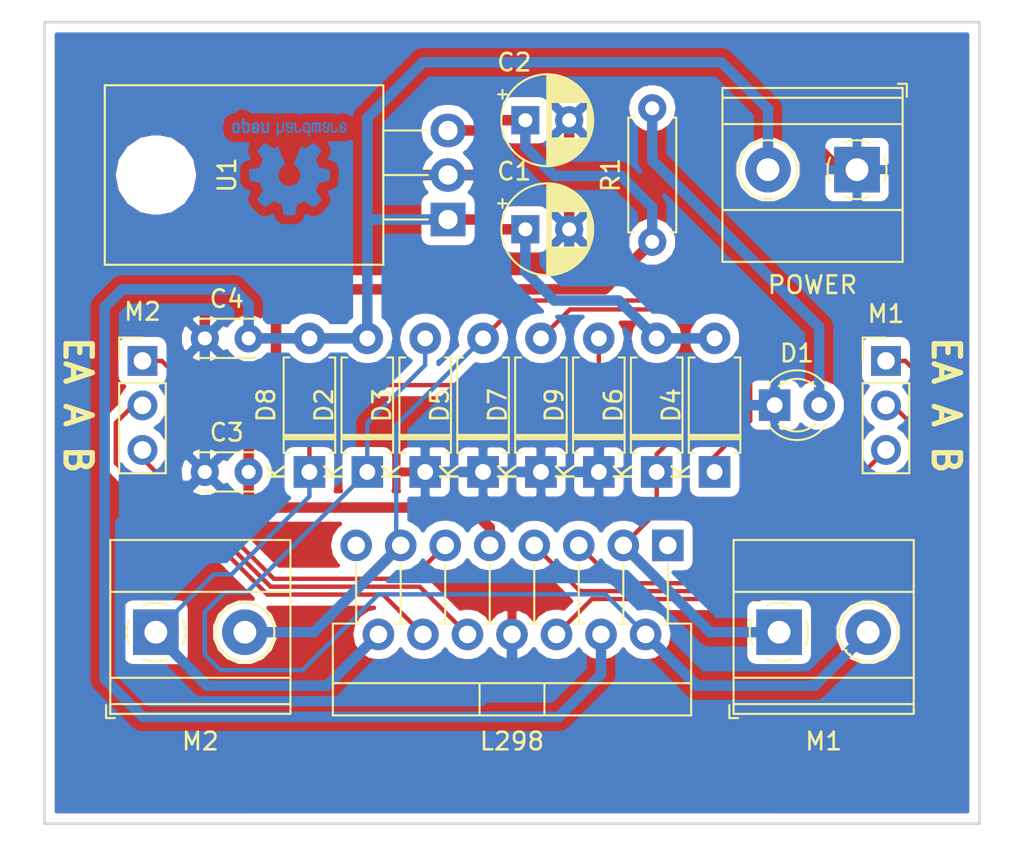
<source format=kicad_pcb>
(kicad_pcb (version 20171130) (host pcbnew "(5.0.2)-1")
  (title_block (title "L298 Motor Driver Module") (date 2020-05-10) (rev V1.0) (company www.ArnabKumarDas.com) (comment 1 "Open Source Hardware"))
  (layers (0 F.Cu signal) (31 B.Cu signal) (34 B.Paste user) (35 F.Paste user) (36 B.SilkS user) (37 F.SilkS user) (38 B.Mask user) (39 F.Mask user) (44 Edge.Cuts user))
  (net 0 "")
  (net 1 +BATT)
  (net 2 GND)
  (net 3 +5V)
  (net 4 "Net-(D1-Pad2)")
  (net 5 "Net-(D2-Pad1)")
  (net 6 "Net-(D4-Pad1)")
  (net 7 "Net-(D6-Pad1)")
  (net 8 "Net-(D8-Pad1)")
  (net 9 "Net-(J2-Pad1)")
  (net 10 "Net-(J2-Pad2)")
  (net 11 "Net-(J2-Pad3)")
  (net 12 "Net-(J3-Pad3)")
  (net 13 "Net-(J3-Pad2)")
  (net 14 "Net-(J3-Pad1)")
  (net 15 "Net-(J6-Pad2)")
  (net 16 "Net-(J6-Pad1)")
  (module Package_TO_SOT_THT:TO-220-3_Horizontal_TabDown (layer F.Cu) (at 142.4 86.184 90)
    (fp_text reference U1 (at 2.54 -12.606 90) (layer F.SilkS))
    (fp_text value L7805)
    (pad 3 thru_hole oval (at 5.08 0 90) (size 1.905 2) (drill 1.1) (layers *.Cu *.Mask) (net 3 +5V))
    (pad 2 thru_hole oval (at 2.54 0 90) (size 1.905 2) (drill 1.1) (layers *.Cu *.Mask) (net 2 GND))
    (pad 1 thru_hole rect (at 0 0 90) (size 1.905 2) (drill 1.1) (layers *.Cu *.Mask) (net 1 +BATT))
    (pad "" np_thru_hole oval (at 2.54 -16.66 90) (size 3.5 3.5) (drill 3.5) (layers *.Cu *.Mask))
  )
  (module Capacitor_THT:CP_Radial_D5.0mm_P2.50mm (layer F.Cu) (at 146.812 86.741)
    (fp_text reference C1 (at -0.635 -3.302) (layer F.SilkS))
    (fp_text value 47u)
    (pad 1 thru_hole rect (at 0 0) (size 1.6 1.6) (drill 0.8) (layers *.Cu *.Mask) (net 1 +BATT))
    (pad 2 thru_hole circle (at 2.5 0) (size 1.6 1.6) (drill 0.8) (layers *.Cu *.Mask) (net 2 GND))
  )
  (module Capacitor_THT:CP_Radial_D5.0mm_P2.50mm (layer F.Cu) (at 146.812 80.518)
    (fp_text reference C2 (at -0.635 -3.302) (layer F.SilkS))
    (fp_text value 47u)
    (pad 2 thru_hole circle (at 2.5 0) (size 1.6 1.6) (drill 0.8) (layers *.Cu *.Mask) (net 2 GND))
    (pad 1 thru_hole rect (at 0 0) (size 1.6 1.6) (drill 0.8) (layers *.Cu *.Mask) (net 3 +5V))
  )
  (module Capacitor_THT:C_Disc_D3.0mm_W2.0mm_P2.50mm (layer F.Cu) (at 128.524 100.584)
    (fp_text reference C3 (at 1.25 -2.25) (layer F.SilkS))
    (fp_text value 100n)
    (pad 2 thru_hole circle (at 2.5 0) (size 1.6 1.6) (drill 0.8) (layers *.Cu *.Mask) (net 3 +5V))
    (pad 1 thru_hole circle (at 0 0) (size 1.6 1.6) (drill 0.8) (layers *.Cu *.Mask) (net 2 GND))
  )
  (module Capacitor_THT:C_Disc_D3.0mm_W2.0mm_P2.50mm (layer F.Cu) (at 128.524 92.964)
    (fp_text reference C4 (at 1.25 -2.25) (layer F.SilkS))
    (fp_text value 100n)
    (pad 1 thru_hole circle (at 0 0) (size 1.6 1.6) (drill 0.8) (layers *.Cu *.Mask) (net 2 GND))
    (pad 2 thru_hole circle (at 2.5 0) (size 1.6 1.6) (drill 0.8) (layers *.Cu *.Mask) (net 1 +BATT))
  )
  (module LED_THT:LED_D3.0mm (layer F.Cu) (at 161.036 96.774)
    (fp_text reference D1 (at 1.27 -2.96) (layer F.SilkS))
    (fp_text value LED)
    (pad 1 thru_hole rect (at 0 0) (size 1.8 1.8) (drill 0.9) (layers *.Cu *.Mask) (net 2 GND))
    (pad 2 thru_hole circle (at 2.54 0) (size 1.8 1.8) (drill 0.9) (layers *.Cu *.Mask) (net 4 "Net-(D1-Pad2)"))
  )
  (module Diode_THT:D_A-405_P7.62mm_Horizontal (layer F.Cu) (at 137.795 100.584 90)
    (fp_text reference D2 (at 3.81 -2.47 90) (layer F.SilkS))
    (fp_text value 1N4007)
    (fp_text user K (at 0 -1.9 90) (layer F.SilkS))
    (pad 1 thru_hole rect (at 0 0 90) (size 1.8 1.8) (drill 0.9) (layers *.Cu *.Mask) (net 5 "Net-(D2-Pad1)"))
    (pad 2 thru_hole oval (at 7.62 0 90) (size 1.8 1.8) (drill 0.9) (layers *.Cu *.Mask) (net 1 +BATT))
  )
  (module Diode_THT:D_A-405_P7.62mm_Horizontal (layer F.Cu) (at 141.097 100.584 90)
    (fp_text reference D3 (at 3.81 -2.47 90) (layer F.SilkS))
    (fp_text value 1N4007)
    (fp_text user K (at 0 -1.9 90) (layer F.SilkS))
    (pad 2 thru_hole oval (at 7.62 0 90) (size 1.8 1.8) (drill 0.9) (layers *.Cu *.Mask) (net 5 "Net-(D2-Pad1)"))
    (pad 1 thru_hole rect (at 0 0 90) (size 1.8 1.8) (drill 0.9) (layers *.Cu *.Mask) (net 2 GND))
  )
  (module Diode_THT:D_A-405_P7.62mm_Horizontal (layer F.Cu) (at 157.607 100.584 90)
    (fp_text reference D4 (at 3.81 -2.47 90) (layer F.SilkS))
    (fp_text value 1N4007)
    (fp_text user K (at 0 -1.9 90) (layer F.SilkS))
    (pad 2 thru_hole oval (at 7.62 0 90) (size 1.8 1.8) (drill 0.9) (layers *.Cu *.Mask) (net 1 +BATT))
    (pad 1 thru_hole rect (at 0 0 90) (size 1.8 1.8) (drill 0.9) (layers *.Cu *.Mask) (net 6 "Net-(D4-Pad1)"))
  )
  (module Diode_THT:D_A-405_P7.62mm_Horizontal (layer F.Cu) (at 144.399 100.584 90)
    (fp_text reference D5 (at 3.81 -2.47 90) (layer F.SilkS))
    (fp_text value 1N4007)
    (fp_text user K (at 0 -1.9 90) (layer F.SilkS))
    (pad 1 thru_hole rect (at 0 0 90) (size 1.8 1.8) (drill 0.9) (layers *.Cu *.Mask) (net 2 GND))
    (pad 2 thru_hole oval (at 7.62 0 90) (size 1.8 1.8) (drill 0.9) (layers *.Cu *.Mask) (net 6 "Net-(D4-Pad1)"))
  )
  (module Diode_THT:D_A-405_P7.62mm_Horizontal (layer F.Cu) (at 154.305 100.584 90)
    (fp_text reference D6 (at 3.81 -2.47 90) (layer F.SilkS))
    (fp_text value 1N4007)
    (fp_text user K (at 0 -1.9 90) (layer F.SilkS))
    (pad 1 thru_hole rect (at 0 0 90) (size 1.8 1.8) (drill 0.9) (layers *.Cu *.Mask) (net 7 "Net-(D6-Pad1)"))
    (pad 2 thru_hole oval (at 7.62 0 90) (size 1.8 1.8) (drill 0.9) (layers *.Cu *.Mask) (net 1 +BATT))
  )
  (module Diode_THT:D_A-405_P7.62mm_Horizontal (layer F.Cu) (at 147.701 100.584 90)
    (fp_text reference D7 (at 3.81 -2.47 90) (layer F.SilkS))
    (fp_text value 1N4007)
    (fp_text user K (at 0 -1.9 90) (layer F.SilkS))
    (pad 2 thru_hole oval (at 7.62 0 90) (size 1.8 1.8) (drill 0.9) (layers *.Cu *.Mask) (net 7 "Net-(D6-Pad1)"))
    (pad 1 thru_hole rect (at 0 0 90) (size 1.8 1.8) (drill 0.9) (layers *.Cu *.Mask) (net 2 GND))
  )
  (module Diode_THT:D_A-405_P7.62mm_Horizontal (layer F.Cu) (at 134.493 100.584 90)
    (fp_text reference D8 (at 3.81 -2.47 90) (layer F.SilkS))
    (fp_text value 1N4007)
    (fp_text user K (at 0 -1.9 90) (layer F.SilkS))
    (pad 2 thru_hole oval (at 7.62 0 90) (size 1.8 1.8) (drill 0.9) (layers *.Cu *.Mask) (net 1 +BATT))
    (pad 1 thru_hole rect (at 0 0 90) (size 1.8 1.8) (drill 0.9) (layers *.Cu *.Mask) (net 8 "Net-(D8-Pad1)"))
  )
  (module Diode_THT:D_A-405_P7.62mm_Horizontal (layer F.Cu) (at 151.003 100.584 90)
    (fp_text reference D9 (at 3.81 -2.54 90) (layer F.SilkS))
    (fp_text value 1N4007)
    (fp_text user K (at 0 -1.9 90) (layer F.SilkS))
    (pad 1 thru_hole rect (at 0 0 90) (size 1.8 1.8) (drill 0.9) (layers *.Cu *.Mask) (net 2 GND))
    (pad 2 thru_hole oval (at 7.62 0 90) (size 1.8 1.8) (drill 0.9) (layers *.Cu *.Mask) (net 8 "Net-(D8-Pad1)"))
  )
  (module TerminalBlock_Phoenix:TerminalBlock_Phoenix_MKDS-1,5-2-5.08_1x02_P5.08mm_Horizontal (layer F.Cu) (at 165.735 83.339 180)
    (fp_text reference POWER (at 2.54 -6.577 180) (layer F.SilkS))
    (fp_text value POWER)
    (pad 1 thru_hole rect (at 0 0 180) (size 2.6 2.6) (drill 1.3) (layers *.Cu *.Mask) (net 2 GND))
    (pad 2 thru_hole circle (at 5.08 0 180) (size 2.6 2.6) (drill 1.3) (layers *.Cu *.Mask) (net 1 +BATT))
  )
  (module Connector_PinHeader_2.54mm:PinHeader_1x03_P2.54mm_Vertical (layer F.Cu) (at 167.386 94.249)
    (fp_text reference M1 (at 0 -2.682) (layer F.SilkS))
    (fp_text value "MOTOR1 IN")
    (pad 1 thru_hole rect (at 0 0) (size 1.7 1.7) (drill 1) (layers *.Cu *.Mask) (net 9 "Net-(J2-Pad1)"))
    (pad 2 thru_hole oval (at 0 2.54) (size 1.7 1.7) (drill 1) (layers *.Cu *.Mask) (net 10 "Net-(J2-Pad2)"))
    (pad 3 thru_hole oval (at 0 5.08) (size 1.7 1.7) (drill 1) (layers *.Cu *.Mask) (net 11 "Net-(J2-Pad3)"))
  )
  (module Connector_PinHeader_2.54mm:PinHeader_1x03_P2.54mm_Vertical (layer F.Cu) (at 124.968 94.249)
    (fp_text reference M2 (at 0 -2.809) (layer F.SilkS))
    (fp_text value "MOTOR2 IN")
    (pad 3 thru_hole oval (at 0 5.08) (size 1.7 1.7) (drill 1) (layers *.Cu *.Mask) (net 12 "Net-(J3-Pad3)"))
    (pad 2 thru_hole oval (at 0 2.54) (size 1.7 1.7) (drill 1) (layers *.Cu *.Mask) (net 13 "Net-(J3-Pad2)"))
    (pad 1 thru_hole rect (at 0 0) (size 1.7 1.7) (drill 1) (layers *.Cu *.Mask) (net 14 "Net-(J3-Pad1)"))
  )
  (module TerminalBlock_Phoenix:TerminalBlock_Phoenix_MKDS-1,5-2-5.08_1x02_P5.08mm_Horizontal (layer F.Cu) (at 161.29 109.728)
    (fp_text reference M1 (at 2.54 6.223) (layer F.SilkS))
    (fp_text value "MOTOR1 OUT")
    (pad 2 thru_hole circle (at 5.08 0) (size 2.6 2.6) (drill 1.3) (layers *.Cu *.Mask) (net 5 "Net-(D2-Pad1)"))
    (pad 1 thru_hole rect (at 0 0) (size 2.6 2.6) (drill 1.3) (layers *.Cu *.Mask) (net 7 "Net-(D6-Pad1)"))
  )
  (module TerminalBlock_Phoenix:TerminalBlock_Phoenix_MKDS-1,5-2-5.08_1x02_P5.08mm_Horizontal (layer F.Cu) (at 125.73 109.728)
    (fp_text reference M2 (at 2.54 6.223) (layer F.SilkS))
    (fp_text value "MOTOR2 OUT")
    (pad 1 thru_hole rect (at 0 0) (size 2.6 2.6) (drill 1.3) (layers *.Cu *.Mask) (net 8 "Net-(D8-Pad1)"))
    (pad 2 thru_hole circle (at 5.08 0) (size 2.6 2.6) (drill 1.3) (layers *.Cu *.Mask) (net 6 "Net-(D4-Pad1)"))
  )
  (module Resistor_THT:R_Axial_DIN0207_L6.3mm_D2.5mm_P7.62mm_Horizontal (layer F.Cu) (at 154.051 87.454 90)
    (fp_text reference R1 (at 3.81 -2.37 90) (layer F.SilkS))
    (fp_text value R)
    (pad 1 thru_hole circle (at 0 0 90) (size 1.6 1.6) (drill 0.8) (layers *.Cu *.Mask) (net 3 +5V))
    (pad 2 thru_hole oval (at 7.62 0 90) (size 1.6 1.6) (drill 0.8) (layers *.Cu *.Mask) (net 4 "Net-(D1-Pad2)"))
  )
  (module Package_TO_SOT_THT:TO-220-15_P2.54x2.54mm_StaggerOdd_Lead4.58mm_Vertical (layer F.Cu) (at 154.94 104.775 180)
    (fp_text reference L298 (at 8.890001 -11.176 180) (layer F.SilkS))
    (fp_text value L298HN)
    (pad 1 thru_hole rect (at 0 0 180) (size 1.8 1.8) (drill 1) (layers *.Cu *.Mask) (net 15 "Net-(J6-Pad2)"))
    (pad 2 thru_hole oval (at 1.27 -5.08 180) (size 1.8 1.8) (drill 1) (layers *.Cu *.Mask) (net 5 "Net-(D2-Pad1)"))
    (pad 3 thru_hole oval (at 2.54 0 180) (size 1.8 1.8) (drill 1) (layers *.Cu *.Mask) (net 7 "Net-(D6-Pad1)"))
    (pad 4 thru_hole oval (at 3.81 -5.08 180) (size 1.8 1.8) (drill 1) (layers *.Cu *.Mask) (net 1 +BATT))
    (pad 5 thru_hole oval (at 5.08 0 180) (size 1.8 1.8) (drill 1) (layers *.Cu *.Mask) (net 11 "Net-(J2-Pad3)"))
    (pad 6 thru_hole oval (at 6.35 -5.08 180) (size 1.8 1.8) (drill 1) (layers *.Cu *.Mask) (net 9 "Net-(J2-Pad1)"))
    (pad 7 thru_hole oval (at 7.62 0 180) (size 1.8 1.8) (drill 1) (layers *.Cu *.Mask) (net 10 "Net-(J2-Pad2)"))
    (pad 8 thru_hole oval (at 8.89 -5.08 180) (size 1.8 1.8) (drill 1) (layers *.Cu *.Mask) (net 2 GND))
    (pad 9 thru_hole oval (at 10.16 0 180) (size 1.8 1.8) (drill 1) (layers *.Cu *.Mask) (net 3 +5V))
    (pad 10 thru_hole oval (at 11.43 -5.08 180) (size 1.8 1.8) (drill 1) (layers *.Cu *.Mask) (net 12 "Net-(J3-Pad3)"))
    (pad 11 thru_hole oval (at 12.7 0 180) (size 1.8 1.8) (drill 1) (layers *.Cu *.Mask) (net 14 "Net-(J3-Pad1)"))
    (pad 12 thru_hole oval (at 13.97 -5.08 180) (size 1.8 1.8) (drill 1) (layers *.Cu *.Mask) (net 13 "Net-(J3-Pad2)"))
    (pad 13 thru_hole oval (at 15.24 0 180) (size 1.8 1.8) (drill 1) (layers *.Cu *.Mask) (net 6 "Net-(D4-Pad1)"))
    (pad 14 thru_hole oval (at 16.51 -5.08 180) (size 1.8 1.8) (drill 1) (layers *.Cu *.Mask) (net 8 "Net-(D8-Pad1)"))
    (pad 15 thru_hole oval (at 17.78 0 180) (size 1.8 1.8) (drill 1) (layers *.Cu *.Mask) (net 16 "Net-(J6-Pad1)"))
  )
  (module Symbol:OSHW-Logo2_7.3x6mm_Copper (layer B.Cu) (at 133.35 83.185)
    (fp_text reference "" hide)
    (fp_text value "" hide)
    (fp_poly (pts (xy 0.10391 2.757652) (xy 0.182454 2.757222) (xy 0.239298 2.756058) (xy 0.278105 2.753793) (xy 0.302538 2.75006) (xy 0.316262 2.744494) (xy 0.32294 2.736727) (xy 0.326236 2.726395) (xy 0.326556 2.725057) (xy 0.331562 2.700921) (xy 0.340829 2.653299) (xy 0.353392 2.587259) (xy 0.368287 2.507872) (xy 0.384551 2.420204) (xy 0.385119 2.417125) (xy 0.40141 2.331211) (xy 0.416652 2.255304) (xy 0.429861 2.193955) (xy 0.440054 2.151718) (xy 0.446248 2.133145) (xy 0.446543 2.132816) (xy 0.464788 2.123747) (xy 0.502405 2.108633) (xy 0.551271 2.090738) (xy 0.551543 2.090642) (xy 0.613093 2.067507) (xy 0.685657 2.038035) (xy 0.754057 2.008403) (xy 0.757294 2.006938) (xy 0.868702 1.956374) (xy 1.115399 2.12484) (xy 1.191077 2.176197) (xy 1.259631 2.222111) (xy 1.317088 2.25997) (xy 1.359476 2.287163) (xy 1.382825 2.301079) (xy 1.385042 2.302111) (xy 1.40201 2.297516) (xy 1.433701 2.275345) (xy 1.481352 2.234553) (xy 1.546198 2.174095) (xy 1.612397 2.109773) (xy 1.676214 2.046388) (xy 1.733329 1.988549) (xy 1.780305 1.939825) (xy 1.813703 1.90379) (xy 1.830085 1.884016) (xy 1.830694 1.882998) (xy 1.832505 1.869428) (xy 1.825683 1.847267) (xy 1.80854 1.813522) (xy 1.779393 1.7652) (xy 1.736555 1.699308) (xy 1.679448 1.614483) (xy 1.628766 1.539823) (xy 1.583461 1.47286) (xy 1.54615 1.417484) (xy 1.519452 1.37758) (xy 1.505985 1.357038) (xy 1.505137 1.355644) (xy 1.506781 1.335962) (xy 1.519245 1.297707) (xy 1.540048 1.248111) (xy 1.547462 1.232272) (xy 1.579814 1.16171) (xy 1.614328 1.081647) (xy 1.642365 1.012371) (xy 1.662568 0.960955) (xy 1.678615 0.921881) (xy 1.687888 0.901459) (xy 1.689041 0.899886) (xy 1.706096 0.897279) (xy 1.746298 0.890137) (xy 1.804302 0.879477) (xy 1.874763 0.866315) (xy 1.952335 0.851667) (xy 2.031672 0.836551) (xy 2.107431 0.821982) (xy 2.174264 0.808978) (xy 2.226828 0.798555) (xy 2.259776 0.79173) (xy 2.267857 0.789801) (xy 2.276205 0.785038) (xy 2.282506 0.774282) (xy 2.287045 0.753902) (xy 2.290104 0.720266) (xy 2.291967 0.669745) (xy 2.292918 0.598708) (xy 2.29324 0.503524) (xy 2.293257 0.464508) (xy 2.293257 0.147201) (xy 2.217057 0.132161) (xy 2.174663 0.124005) (xy 2.1114 0.112101) (xy 2.034962 0.097884) (xy 1.953043 0.08279) (xy 1.9304 0.078645) (xy 1.854806 0.063947) (xy 1.788953 0.049495) (xy 1.738366 0.036625) (xy 1.708574 0.026678) (xy 1.703612 0.023713) (xy 1.691426 0.002717) (xy 1.673953 -0.037967) (xy 1.654577 -0.090322) (xy 1.650734 -0.1016) (xy 1.625339 -0.171523) (xy 1.593817 -0.250418) (xy 1.562969 -0.321266) (xy 1.562817 -0.321595) (xy 1.511447 -0.432733) (xy 1.680399 -0.681253) (xy 1.849352 -0.929772) (xy 1.632429 -1.147058) (xy 1.566819 -1.211726) (xy 1.506979 -1.268733) (xy 1.456267 -1.315033) (xy 1.418046 -1.347584) (xy 1.395675 -1.363343) (xy 1.392466 -1.364343) (xy 1.373626 -1.356469) (xy 1.33518 -1.334578) (xy 1.28133 -1.301267) (xy 1.216276 -1.259131) (xy 1.14594 -1.211943) (xy 1.074555 -1.16381) (xy 1.010908 -1.121928) (xy 0.959041 -1.088871) (xy 0.922995 -1.067218) (xy 0.906867 -1.059543) (xy 0.887189 -1.066037) (xy 0.849875 -1.08315) (xy 0.802621 -1.107326) (xy 0.797612 -1.110013) (xy 0.733977 -1.141927) (xy 0.690341 -1.157579) (xy 0.663202 -1.157745) (xy 0.649057 -1.143204) (xy 0.648975 -1.143) (xy 0.641905 -1.125779) (xy 0.625042 -1.084899) (xy 0.599695 -1.023525) (xy 0.567171 -0.944819) (xy 0.528778 -0.851947) (xy 0.485822 -0.748072) (xy 0.444222 -0.647502) (xy 0.398504 -0.536516) (xy 0.356526 -0.433703) (xy 0.319548 -0.342215) (xy 0.288827 -0.265201) (xy 0.265622 -0.205815) (xy 0.25119 -0.167209) (xy 0.246743 -0.1528) (xy 0.257896 -0.136272) (xy 0.287069 -0.10993) (xy 0.325971 -0.080887) (xy 0.436757 0.010961) (xy 0.523351 0.116241) (xy 0.584716 0.232734) (xy 0.619815 0.358224) (xy 0.627608 0.490493) (xy 0.621943 0.551543) (xy 0.591078 0.678205) (xy 0.53792 0.790059) (xy 0.465767 0.885999) (xy 0.377917 0.964924) (xy 0.277665 1.02573) (xy 0.16831 1.067313) (xy 0.053147 1.088572) (xy -0.064525 1.088401) (xy -0.18141 1.065699) (xy -0.294211 1.019362) (xy -0.399631 0.948287) (xy -0.443632 0.908089) (xy -0.528021 0.804871) (xy -0.586778 0.692075) (xy -0.620296 0.57299) (xy -0.628965 0.450905) (xy -0.613177 0.329107) (xy -0.573322 0.210884) (xy -0.509793 0.099525) (xy -0.422979 -0.001684) (xy -0.325971 -0.080887) (xy -0.285563 -0.111162) (xy -0.257018 -0.137219) (xy -0.246743 -0.152825) (xy -0.252123 -0.169843) (xy -0.267425 -0.2105) (xy -0.291388 -0.271642) (xy -0.322756 -0.350119) (xy -0.360268 -0.44278) (xy -0.402667 -0.546472) (xy -0.444337 -0.647526) (xy -0.49031 -0.758607) (xy -0.532893 -0.861541) (xy -0.570779 -0.953165) (xy -0.60266 -1.030316) (xy -0.627229 -1.089831) (xy -0.64318 -1.128544) (xy -0.64909 -1.143) (xy -0.663052 -1.157685) (xy -0.69006 -1.157642) (xy -0.733587 -1.142099) (xy -0.79711 -1.110284) (xy -0.797612 -1.110013) (xy -0.84544 -1.085323) (xy -0.884103 -1.067338) (xy -0.905905 -1.059614) (xy -0.906867 -1.059543) (xy -0.923279 -1.067378) (xy -0.959513 -1.089165) (xy -1.011526 -1.122328) (xy -1.075275 -1.164291) (xy -1.14594 -1.211943) (xy -1.217884 -1.260191) (xy -1.282726 -1.302151) (xy -1.336265 -1.335227) (xy -1.374303 -1.356821) (xy -1.392467 -1.364343) (xy -1.409192 -1.354457) (xy -1.44282 -1.326826) (xy -1.48999 -1.284495) (xy -1.547342 -1.230505) (xy -1.611516 -1.167899) (xy -1.632503 -1.146983) (xy -1.849501 -0.929623) (xy -1.684332 -0.68722) (xy -1.634136 -0.612781) (xy -1.590081 -0.545972) (xy -1.554638 -0.490665) (xy -1.530281 -0.450729) (xy -1.519478 -0.430036) (xy -1.519162 -0.428563) (xy -1.524857 -0.409058) (xy -1.540174 -0.369822) (xy -1.562463 -0.31743) (xy -1.578107 -0.282355) (xy -1.607359 -0.215201) (xy -1.634906 -0.147358) (xy -1.656263 -0.090034) (xy -1.662065 -0.072572) (xy -1.678548 -0.025938) (xy -1.69466 0.010095) (xy -1.70351 0.023713) (xy -1.72304 0.032048) (xy -1.765666 0.043863) (xy -1.825855 0.057819) (xy -1.898078 0.072578) (xy -1.9304 0.078645) (xy -2.012478 0.093727) (xy -2.091205 0.108331) (xy -2.158891 0.12102) (xy -2.20784 0.130358) (xy -2.217057 0.132161) (xy -2.293257 0.147201) (xy -2.293257 0.464508) (xy -2.293086 0.568846) (xy -2.292384 0.647787) (xy -2.290866 0.704962) (xy -2.288251 0.744001) (xy -2.284254 0.768535) (xy -2.278591 0.782195) (xy -2.27098 0.788611) (xy -2.267857 0.789801) (xy -2.249022 0.79402) (xy -2.207412 0.802438) (xy -2.14837 0.814039) (xy -2.077243 0.827805) (xy -1.999375 0.84272) (xy -1.920113 0.857768) (xy -1.844802 0.871931) (xy -1.778787 0.884194) (xy -1.727413 0.893539) (xy -1.696025 0.89895) (xy -1.689041 0.899886) (xy -1.682715 0.912404) (xy -1.66871 0.945754) (xy -1.649645 0.993623) (xy -1.642366 1.012371) (xy -1.613004 1.084805) (xy -1.578429 1.16483) (xy -1.547463 1.232272) (xy -1.524677 1.283841) (xy -1.509518 1.326215) (xy -1.504458 1.352166) (xy -1.505264 1.355644) (xy -1.515959 1.372064) (xy -1.54038 1.408583) (xy -1.575905 1.461313) (xy -1.619913 1.526365) (xy -1.669783 1.599849) (xy -1.679644 1.614355) (xy -1.737508 1.700296) (xy -1.780044 1.765739) (xy -1.808946 1.813696) (xy -1.82591 1.84718) (xy -1.832633 1.869205) (xy -1.83081 1.882783) (xy -1.830764 1.882869) (xy -1.816414 1.900703) (xy -1.784677 1.935183) (xy -1.73899 1.982732) (xy -1.682796 2.039778) (xy -1.619532 2.102745) (xy -1.612398 2.109773) (xy -1.53267 2.18698) (xy -1.471143 2.24367) (xy -1.426579 2.28089) (xy -1.397743 2.299685) (xy -1.385042 2.302111) (xy -1.366506 2.291529) (xy -1.328039 2.267084) (xy -1.273614 2.231388) (xy -1.207202 2.187053) (xy -1.132775 2.136689) (xy -1.115399 2.12484) (xy -0.868703 1.956374) (xy -0.757294 2.006938) (xy -0.689543 2.036405) (xy -0.616817 2.066041) (xy -0.554297 2.08967) (xy -0.551543 2.090642) (xy -0.50264 2.108543) (xy -0.464943 2.12368) (xy -0.446575 2.13279) (xy -0.446544 2.132816) (xy -0.440715 2.149283) (xy -0.430808 2.189781) (xy -0.417805 2.249758) (xy -0.402691 2.32466) (xy -0.386448 2.409936) (xy -0.385119 2.417125) (xy -0.368825 2.504986) (xy -0.353867 2.58474) (xy -0.341209 2.651319) (xy -0.331814 2.699653) (xy -0.326646 2.724675) (xy -0.326556 2.725057) (xy -0.323411 2.735701) (xy -0.317296 2.743738) (xy -0.304547 2.749533) (xy -0.2815 2.753453) (xy -0.244491 2.755865) (xy -0.189856 2.757135) (xy -0.113933 2.757629) (xy -0.013056 2.757714) (xy 0 2.757714) (xy 0.10391 2.757652)) (layer B.Cu) (width 0.01))
    (fp_poly (pts (xy 3.153595 -1.966966) (xy 3.211021 -2.004497) (xy 3.238719 -2.038096) (xy 3.260662 -2.099064) (xy 3.262405 -2.147308) (xy 3.258457 -2.211816) (xy 3.109686 -2.276934) (xy 3.037349 -2.310202) (xy 2.990084 -2.336964) (xy 2.965507 -2.360144) (xy 2.961237 -2.382667) (xy 2.974889 -2.407455) (xy 2.989943 -2.423886) (xy 3.033746 -2.450235) (xy 3.081389 -2.452081) (xy 3.125145 -2.431546) (xy 3.157289 -2.390752) (xy 3.163038 -2.376347) (xy 3.190576 -2.331356) (xy 3.222258 -2.312182) (xy 3.265714 -2.295779) (xy 3.265714 -2.357966) (xy 3.261872 -2.400283) (xy 3.246823 -2.435969) (xy 3.21528 -2.476943) (xy 3.210592 -2.482267) (xy 3.175506 -2.51872) (xy 3.145347 -2.538283) (xy 3.107615 -2.547283) (xy 3.076335 -2.55023) (xy 3.020385 -2.550965) (xy 2.980555 -2.54166) (xy 2.955708 -2.527846) (xy 2.916656 -2.497467) (xy 2.889625 -2.464613) (xy 2.872517 -2.423294) (xy 2.863238 -2.367521) (xy 2.859693 -2.291305) (xy 2.85941 -2.252622) (xy 2.860372 -2.206247) (xy 2.948007 -2.206247) (xy 2.949023 -2.231126) (xy 2.951556 -2.2352) (xy 2.968274 -2.229665) (xy 3.004249 -2.215017) (xy 3.052331 -2.19419) (xy 3.062386 -2.189714) (xy 3.123152 -2.158814) (xy 3.156632 -2.131657) (xy 3.16399 -2.10622) (xy 3.146391 -2.080481) (xy 3.131856 -2.069109) (xy 3.07941 -2.046364) (xy 3.030322 -2.050122) (xy 2.989227 -2.077884) (xy 2.960758 -2.127152) (xy 2.951631 -2.166257) (xy 2.948007 -2.206247) (xy 2.860372 -2.206247) (xy 2.861285 -2.162249) (xy 2.868196 -2.095384) (xy 2.881884 -2.046695) (xy 2.904096 -2.010849) (xy 2.936574 -1.982513) (xy 2.950733 -1.973355) (xy 3.015053 -1.949507) (xy 3.085473 -1.948006) (xy 3.153595 -1.966966)) (layer B.Cu) (width 0.01))
    (fp_poly (pts (xy 2.6526 -1.958752) (xy 2.669948 -1.966334) (xy 2.711356 -1.999128) (xy 2.746765 -2.046547) (xy 2.768664 -2.097151) (xy 2.772229 -2.122098) (xy 2.760279 -2.156927) (xy 2.734067 -2.175357) (xy 2.705964 -2.186516) (xy 2.693095 -2.188572) (xy 2.686829 -2.173649) (xy 2.674456 -2.141175) (xy 2.669028 -2.126502) (xy 2.63859 -2.075744) (xy 2.59452 -2.050427) (xy 2.53801 -2.051206) (xy 2.533825 -2.052203) (xy 2.503655 -2.066507) (xy 2.481476 -2.094393) (xy 2.466327 -2.139287) (xy 2.45725 -2.204615) (xy 2.453286 -2.293804) (xy 2.452914 -2.341261) (xy 2.45273 -2.416071) (xy 2.451522 -2.467069) (xy 2.448309 -2.499471) (xy 2.442109 -2.518495) (xy 2.43194 -2.529356) (xy 2.416819 -2.537272) (xy 2.415946 -2.53767) (xy 2.386828 -2.549981) (xy 2.372403 -2.554514) (xy 2.370186 -2.540809) (xy 2.368289 -2.502925) (xy 2.366847 -2.445715) (xy 2.365998 -2.374027) (xy 2.365829 -2.321565) (xy 2.366692 -2.220047) (xy 2.37007 -2.143032) (xy 2.377142 -2.086023) (xy 2.389088 -2.044526) (xy 2.40709 -2.014043) (xy 2.432327 -1.99008) (xy 2.457247 -1.973355) (xy 2.517171 -1.951097) (xy 2.586911 -1.946076) (xy 2.6526 -1.958752)) (layer B.Cu) (width 0.01))
    (fp_poly (pts (xy 2.144876 -1.956335) (xy 2.186667 -1.975344) (xy 2.219469 -1.998378) (xy 2.243503 -2.024133) (xy 2.260097 -2.057358) (xy 2.270577 -2.1028) (xy 2.276271 -2.165207) (xy 2.278507 -2.249327) (xy 2.278743 -2.304721) (xy 2.278743 -2.520826) (xy 2.241774 -2.53767) (xy 2.212656 -2.549981) (xy 2.198231 -2.554514) (xy 2.195472 -2.541025) (xy 2.193282 -2.504653) (xy 2.191942 -2.451542) (xy 2.191657 -2.409372) (xy 2.190434 -2.348447) (xy 2.187136 -2.300115) (xy 2.182321 -2.270518) (xy 2.178496 -2.264229) (xy 2.152783 -2.270652) (xy 2.112418 -2.287125) (xy 2.065679 -2.309458) (xy 2.020845 -2.333457) (xy 1.986193 -2.35493) (xy 1.970002 -2.369685) (xy 1.969938 -2.369845) (xy 1.97133 -2.397152) (xy 1.983818 -2.423219) (xy 2.005743 -2.444392) (xy 2.037743 -2.451474) (xy 2.065092 -2.450649) (xy 2.103826 -2.450042) (xy 2.124158 -2.459116) (xy 2.136369 -2.483092) (xy 2.137909 -2.487613) (xy 2.143203 -2.521806) (xy 2.129047 -2.542568) (xy 2.092148 -2.552462) (xy 2.052289 -2.554292) (xy 1.980562 -2.540727) (xy 1.943432 -2.521355) (xy 1.897576 -2.475845) (xy 1.873256 -2.419983) (xy 1.871073 -2.360957) (xy 1.891629 -2.305953) (xy 1.922549 -2.271486) (xy 1.95342 -2.252189) (xy 2.001942 -2.227759) (xy 2.058485 -2.202985) (xy 2.06791 -2.199199) (xy 2.130019 -2.171791) (xy 2.165822 -2.147634) (xy 2.177337 -2.123619) (xy 2.16658 -2.096635) (xy 2.148114 -2.075543) (xy 2.104469 -2.049572) (xy 2.056446 -2.047624) (xy 2.012406 -2.067637) (xy 1.980709 -2.107551) (xy 1.976549 -2.117848) (xy 1.952327 -2.155724) (xy 1.916965 -2.183842) (xy 1.872343 -2.206917) (xy 1.872343 -2.141485) (xy 1.874969 -2.101506) (xy 1.88623 -2.069997) (xy 1.911199 -2.036378) (xy 1.935169 -2.010484) (xy 1.972441 -1.973817) (xy 2.001401 -1.954121) (xy 2.032505 -1.94622) (xy 2.067713 -1.944914) (xy 2.144876 -1.956335)) (layer B.Cu) (width 0.01))
    (fp_poly (pts (xy 1.779833 -1.958663) (xy 1.782048 -1.99685) (xy 1.783784 -2.054886) (xy 1.784899 -2.12818) (xy 1.785257 -2.205055) (xy 1.785257 -2.465196) (xy 1.739326 -2.511127) (xy 1.707675 -2.539429) (xy 1.67989 -2.550893) (xy 1.641915 -2.550168) (xy 1.62684 -2.548321) (xy 1.579726 -2.542948) (xy 1.540756 -2.539869) (xy 1.531257 -2.539585) (xy 1.499233 -2.541445) (xy 1.453432 -2.546114) (xy 1.435674 -2.548321) (xy 1.392057 -2.551735) (xy 1.362745 -2.54432) (xy 1.33368 -2.521427) (xy 1.323188 -2.511127) (xy 1.277257 -2.465196) (xy 1.277257 -1.978602) (xy 1.314226 -1.961758) (xy 1.346059 -1.949282) (xy 1.364683 -1.944914) (xy 1.369458 -1.958718) (xy 1.373921 -1.997286) (xy 1.377775 -2.056356) (xy 1.380722 -2.131663) (xy 1.382143 -2.195286) (xy 1.386114 -2.445657) (xy 1.420759 -2.450556) (xy 1.452268 -2.447131) (xy 1.467708 -2.436041) (xy 1.472023 -2.415308) (xy 1.475708 -2.371145) (xy 1.478469 -2.309146) (xy 1.480012 -2.234909) (xy 1.480235 -2.196706) (xy 1.480457 -1.976783) (xy 1.526166 -1.960849) (xy 1.558518 -1.950015) (xy 1.576115 -1.944962) (xy 1.576623 -1.944914) (xy 1.578388 -1.958648) (xy 1.580329 -1.99673) (xy 1.582282 -2.054482) (xy 1.584084 -2.127227) (xy 1.585343 -2.195286) (xy 1.589314 -2.445657) (xy 1.6764 -2.445657) (xy 1.680396 -2.21724) (xy 1.684392 -1.988822) (xy 1.726847 -1.966868) (xy 1.758192 -1.951793) (xy 1.776744 -1.944951) (xy 1.777279 -1.944914) (xy 1.779833 -1.958663)) (layer B.Cu) (width 0.01))
    (fp_poly (pts (xy 1.190117 -2.065358) (xy 1.189933 -2.173837) (xy 1.189219 -2.257287) (xy 1.187675 -2.319704) (xy 1.185001 -2.365085) (xy 1.180894 -2.397429) (xy 1.175055 -2.420733) (xy 1.167182 -2.438995) (xy 1.161221 -2.449418) (xy 1.111855 -2.505945) (xy 1.049264 -2.541377) (xy 0.980013 -2.55409) (xy 0.910668 -2.542463) (xy 0.869375 -2.521568) (xy 0.826025 -2.485422) (xy 0.796481 -2.441276) (xy 0.778655 -2.383462) (xy 0.770463 -2.306313) (xy 0.769302 -2.249714) (xy 0.769458 -2.245647) (xy 0.870857 -2.245647) (xy 0.871476 -2.31055) (xy 0.874314 -2.353514) (xy 0.88084 -2.381622) (xy 0.892523 -2.401953) (xy 0.906483 -2.417288) (xy 0.953365 -2.44689) (xy 1.003701 -2.449419) (xy 1.051276 -2.424705) (xy 1.054979 -2.421356) (xy 1.070783 -2.403935) (xy 1.080693 -2.383209) (xy 1.086058 -2.352362) (xy 1.088228 -2.304577) (xy 1.088571 -2.251748) (xy 1.087827 -2.185381) (xy 1.084748 -2.141106) (xy 1.078061 -2.112009) (xy 1.066496 -2.091173) (xy 1.057013 -2.080107) (xy 1.01296 -2.052198) (xy 0.962224 -2.048843) (xy 0.913796 -2.070159) (xy 0.90445 -2.078073) (xy 0.88854 -2.095647) (xy 0.87861 -2.116587) (xy 0.873278 -2.147782) (xy 0.871163 -2.196122) (xy 0.870857 -2.245647) (xy 0.769458 -2.245647) (xy 0.77281 -2.158568) (xy 0.784726 -2.090086) (xy 0.807135 -2.0386) (xy 0.842124 -1.998443) (xy 0.869375 -1.977861) (xy 0.918907 -1.955625) (xy 0.976316 -1.945304) (xy 1.029682 -1.948067) (xy 1.059543 -1.959212) (xy 1.071261 -1.962383) (xy 1.079037 -1.950557) (xy 1.084465 -1.918866) (xy 1.088571 -1.870593) (xy 1.093067 -1.816829) (xy 1.099313 -1.784482) (xy 1.110676 -1.765985) (xy 1.130528 -1.75377) (xy 1.143 -1.748362) (xy 1.190171 -1.728601) (xy 1.190117 -2.065358)) (layer B.Cu) (width 0.01))
    (fp_poly (pts (xy 0.529926 -1.949755) (xy 0.595858 -1.974084) (xy 0.649273 -2.017117) (xy 0.670164 -2.047409) (xy 0.692939 -2.102994) (xy 0.692466 -2.143186) (xy 0.668562 -2.170217) (xy 0.659717 -2.174813) (xy 0.62153 -2.189144) (xy 0.602028 -2.185472) (xy 0.595422 -2.161407) (xy 0.595086 -2.148114) (xy 0.582992 -2.09921) (xy 0.551471 -2.064999) (xy 0.507659 -2.048476) (xy 0.458695 -2.052634) (xy 0.418894 -2.074227) (xy 0.40545 -2.086544) (xy 0.395921 -2.101487) (xy 0.389485 -2.124075) (xy 0.385317 -2.159328) (xy 0.382597 -2.212266) (xy 0.380502 -2.287907) (xy 0.37996 -2.311857) (xy 0.377981 -2.39379) (xy 0.375731 -2.451455) (xy 0.372357 -2.489608) (xy 0.367006 -2.513004) (xy 0.358824 -2.526398) (xy 0.346959 -2.534545) (xy 0.339362 -2.538144) (xy 0.307102 -2.550452) (xy 0.288111 -2.554514) (xy 0.281836 -2.540948) (xy 0.278006 -2.499934) (xy 0.2766 -2.430999) (xy 0.277598 -2.333669) (xy 0.277908 -2.318657) (xy 0.280101 -2.229859) (xy 0.282693 -2.165019) (xy 0.286382 -2.119067) (xy 0.291864 -2.086935) (xy 0.299835 -2.063553) (xy 0.310993 -2.043852) (xy 0.31683 -2.03541) (xy 0.350296 -1.998057) (xy 0.387727 -1.969003) (xy 0.392309 -1.966467) (xy 0.459426 -1.946443) (xy 0.529926 -1.949755)) (layer B.Cu) (width 0.01))
    (fp_poly (pts (xy 0.039744 -1.950968) (xy 0.096616 -1.972087) (xy 0.097267 -1.972493) (xy 0.13244 -1.99838) (xy 0.158407 -2.028633) (xy 0.17667 -2.068058) (xy 0.188732 -2.121462) (xy 0.196096 -2.193651) (xy 0.200264 -2.289432) (xy 0.200629 -2.303078) (xy 0.205876 -2.508842) (xy 0.161716 -2.531678) (xy 0.129763 -2.54711) (xy 0.11047 -2.554423) (xy 0.109578 -2.554514) (xy 0.106239 -2.541022) (xy 0.103587 -2.504626) (xy 0.101956 -2.451452) (xy 0.1016 -2.408393) (xy 0.101592 -2.338641) (xy 0.098403 -2.294837) (xy 0.087288 -2.273944) (xy 0.063501 -2.272925) (xy 0.022296 -2.288741) (xy -0.039914 -2.317815) (xy -0.085659 -2.341963) (xy -0.109187 -2.362913) (xy -0.116104 -2.385747) (xy -0.116114 -2.386877) (xy -0.104701 -2.426212) (xy -0.070908 -2.447462) (xy -0.019191 -2.450539) (xy 0.018061 -2.450006) (xy 0.037703 -2.460735) (xy 0.049952 -2.486505) (xy 0.057002 -2.519337) (xy 0.046842 -2.537966) (xy 0.043017 -2.540632) (xy 0.007001 -2.55134) (xy -0.043434 -2.552856) (xy -0.095374 -2.545759) (xy -0.132178 -2.532788) (xy -0.183062 -2.489585) (xy -0.211986 -2.429446) (xy -0.217714 -2.382462) (xy -0.213343 -2.340082) (xy -0.197525 -2.305488) (xy -0.166203 -2.274763) (xy -0.115322 -2.24399) (xy -0.040824 -2.209252) (xy -0.036286 -2.207288) (xy 0.030821 -2.176287) (xy 0.072232 -2.150862) (xy 0.089981 -2.128014) (xy 0.086107 -2.104745) (xy 0.062643 -2.078056) (xy 0.055627 -2.071914) (xy 0.00863 -2.0481) (xy -0.040067 -2.049103) (xy -0.082478 -2.072451) (xy -0.110616 -2.115675) (xy -0.113231 -2.12416) (xy -0.138692 -2.165308) (xy -0.170999 -2.185128) (xy -0.217714 -2.20477) (xy -0.217714 -2.15395) (xy -0.203504 -2.080082) (xy -0.161325 -2.012327) (xy -0.139376 -1.989661) (xy -0.089483 -1.960569) (xy -0.026033 -1.9474) (xy 0.039744 -1.950968)) (layer B.Cu) (width 0.01))
    (fp_poly (pts (xy -0.624114 -1.851289) (xy -0.619861 -1.910613) (xy -0.614975 -1.945572) (xy -0.608205 -1.96082) (xy -0.598298 -1.961015) (xy -0.595086 -1.959195) (xy -0.552356 -1.946015) (xy -0.496773 -1.946785) (xy -0.440263 -1.960333) (xy -0.404918 -1.977861) (xy -0.368679 -2.005861) (xy -0.342187 -2.037549) (xy -0.324001 -2.077813) (xy -0.312678 -2.131543) (xy -0.306778 -2.203626) (xy -0.304857 -2.298951) (xy -0.304823 -2.317237) (xy -0.3048 -2.522646) (xy -0.350509 -2.53858) (xy -0.382973 -2.54942) (xy -0.400785 -2.554468) (xy -0.401309 -2.554514) (xy -0.403063 -2.540828) (xy -0.404556 -2.503076) (xy -0.405674 -2.446224) (xy -0.406303 -2.375234) (xy -0.4064 -2.332073) (xy -0.406602 -2.246973) (xy -0.407642 -2.185981) (xy -0.410169 -2.144177) (xy -0.414836 -2.116642) (xy -0.422293 -2.098456) (xy -0.433189 -2.084698) (xy -0.439993 -2.078073) (xy -0.486728 -2.051375) (xy -0.537728 -2.049375) (xy -0.583999 -2.071955) (xy -0.592556 -2.080107) (xy -0.605107 -2.095436) (xy -0.613812 -2.113618) (xy -0.619369 -2.139909) (xy -0.622474 -2.179562) (xy -0.623824 -2.237832) (xy -0.624114 -2.318173) (xy -0.624114 -2.522646) (xy -0.669823 -2.53858) (xy -0.702287 -2.54942) (xy -0.720099 -2.554468) (xy -0.720623 -2.554514) (xy -0.721963 -2.540623) (xy -0.723172 -2.501439) (xy -0.724199 -2.4407) (xy -0.724998 -2.362141) (xy -0.725519 -2.269498) (xy -0.725714 -2.166509) (xy -0.725714 -1.769342) (xy -0.678543 -1.749444) (xy -0.631371 -1.729547) (xy -0.624114 -1.851289)) (layer B.Cu) (width 0.01))
    (fp_poly (pts (xy -1.831697 -1.931239) (xy -1.774473 -1.969735) (xy -1.730251 -2.025335) (xy -1.703833 -2.096086) (xy -1.69849 -2.148162) (xy -1.699097 -2.169893) (xy -1.704178 -2.186531) (xy -1.718145 -2.201437) (xy -1.745411 -2.217973) (xy -1.790388 -2.239498) (xy -1.857489 -2.269374) (xy -1.857829 -2.269524) (xy -1.919593 -2.297813) (xy -1.970241 -2.322933) (xy -2.004596 -2.342179) (xy -2.017482 -2.352848) (xy -2.017486 -2.352934) (xy -2.006128 -2.376166) (xy -1.979569 -2.401774) (xy -1.949077 -2.420221) (xy -1.93363 -2.423886) (xy -1.891485 -2.411212) (xy -1.855192 -2.379471) (xy -1.837483 -2.344572) (xy -1.820448 -2.318845) (xy -1.787078 -2.289546) (xy -1.747851 -2.264235) (xy -1.713244 -2.250471) (xy -1.706007 -2.249714) (xy -1.697861 -2.26216) (xy -1.69737 -2.293972) (xy -1.703357 -2.336866) (xy -1.714643 -2.382558) (xy -1.73005 -2.422761) (xy -1.730829 -2.424322) (xy -1.777196 -2.489062) (xy -1.837289 -2.533097) (xy -1.905535 -2.554711) (xy -1.976362 -2.552185) (xy -2.044196 -2.523804) (xy -2.047212 -2.521808) (xy -2.100573 -2.473448) (xy -2.13566 -2.410352) (xy -2.155078 -2.327387) (xy -2.157684 -2.304078) (xy -2.162299 -2.194055) (xy -2.156767 -2.142748) (xy -2.017486 -2.142748) (xy -2.015676 -2.174753) (xy -2.005778 -2.184093) (xy -1.981102 -2.177105) (xy -1.942205 -2.160587) (xy -1.898725 -2.139881) (xy -1.897644 -2.139333) (xy -1.860791 -2.119949) (xy -1.846 -2.107013) (xy -1.849647 -2.093451) (xy -1.865005 -2.075632) (xy -1.904077 -2.049845) (xy -1.946154 -2.04795) (xy -1.983897 -2.066717) (xy -2.009966 -2.102915) (xy -2.017486 -2.142748) (xy -2.156767 -2.142748) (xy -2.152806 -2.106027) (xy -2.12845 -2.036212) (xy -2.094544 -1.987302) (xy -2.033347 -1.937878) (xy -1.965937 -1.913359) (xy -1.89712 -1.911797) (xy -1.831697 -1.931239)) (layer B.Cu) (width 0.01))
    (fp_poly (pts (xy -2.958885 -1.921962) (xy -2.890855 -1.957733) (xy -2.840649 -2.015301) (xy -2.822815 -2.052312) (xy -2.808937 -2.107882) (xy -2.801833 -2.178096) (xy -2.80116 -2.254727) (xy -2.806573 -2.329552) (xy -2.81773 -2.394342) (xy -2.834286 -2.440873) (xy -2.839374 -2.448887) (xy -2.899645 -2.508707) (xy -2.971231 -2.544535) (xy -3.048908 -2.55502) (xy -3.127452 -2.53881) (xy -3.149311 -2.529092) (xy -3.191878 -2.499143) (xy -3.229237 -2.459433) (xy -3.232768 -2.454397) (xy -3.247119 -2.430124) (xy -3.256606 -2.404178) (xy -3.26221 -2.370022) (xy -3.264914 -2.321119) (xy -3.265701 -2.250935) (xy -3.265714 -2.2352) (xy -3.265678 -2.230192) (xy -3.120571 -2.230192) (xy -3.119727 -2.29643) (xy -3.116404 -2.340386) (xy -3.109417 -2.368779) (xy -3.097584 -2.388325) (xy -3.091543 -2.394857) (xy -3.056814 -2.41968) (xy -3.023097 -2.418548) (xy -2.989005 -2.397016) (xy -2.968671 -2.374029) (xy -2.956629 -2.340478) (xy -2.949866 -2.287569) (xy -2.949402 -2.281399) (xy -2.948248 -2.185513) (xy -2.960312 -2.114299) (xy -2.98543 -2.068194) (xy -3.02344 -2.047635) (xy -3.037008 -2.046514) (xy -3.072636 -2.052152) (xy -3.097006 -2.071686) (xy -3.111907 -2.109042) (xy -3.119125 -2.16815) (xy -3.120571 -2.230192) (xy -3.265678 -2.230192) (xy -3.265174 -2.160413) (xy -3.262904 -2.108159) (xy -3.257932 -2.071949) (xy -3.249287 -2.045299) (xy -3.235995 -2.021722) (xy -3.233057 -2.017338) (xy -3.183687 -1.958249) (xy -3.129891 -1.923947) (xy -3.064398 -1.910331) (xy -3.042158 -1.909665) (xy -2.958885 -1.921962)) (layer B.Cu) (width 0.01))
    (fp_poly (pts (xy -1.283907 -1.92778) (xy -1.237328 -1.954723) (xy -1.204943 -1.981466) (xy -1.181258 -2.009484) (xy -1.164941 -2.043748) (xy -1.154661 -2.089227) (xy -1.149086 -2.150892) (xy -1.146884 -2.233711) (xy -1.146629 -2.293246) (xy -1.146629 -2.512391) (xy -1.208314 -2.540044) (xy -1.27 -2.567697) (xy -1.277257 -2.32767) (xy -1.280256 -2.238028) (xy -1.283402 -2.172962) (xy -1.287299 -2.128026) (xy -1.292553 -2.09877) (xy -1.299769 -2.080748) (xy -1.30955 -2.069511) (xy -1.312688 -2.067079) (xy -1.360239 -2.048083) (xy -1.408303 -2.0556) (xy -1.436914 -2.075543) (xy -1.448553 -2.089675) (xy -1.456609 -2.10822) (xy -1.461729 -2.136334) (xy -1.464559 -2.179173) (xy -1.465744 -2.241895) (xy -1.465943 -2.307261) (xy -1.465982 -2.389268) (xy -1.467386 -2.447316) (xy -1.472086 -2.486465) (xy -1.482013 -2.51178) (xy -1.499097 -2.528323) (xy -1.525268 -2.541156) (xy -1.560225 -2.554491) (xy -1.598404 -2.569007) (xy -1.593859 -2.311389) (xy -1.592029 -2.218519) (xy -1.589888 -2.149889) (xy -1.586819 -2.100711) (xy -1.582206 -2.066198) (xy -1.575432 -2.041562) (xy -1.565881 -2.022016) (xy -1.554366 -2.00477) (xy -1.49881 -1.94968) (xy -1.43102 -1.917822) (xy -1.357287 -1.910191) (xy -1.283907 -1.92778)) (layer B.Cu) (width 0.01))
    (fp_poly (pts (xy -2.400256 -1.919918) (xy -2.344799 -1.947568) (xy -2.295852 -1.99848) (xy -2.282371 -2.017338) (xy -2.267686 -2.042015) (xy -2.258158 -2.068816) (xy -2.252707 -2.104587) (xy -2.250253 -2.156169) (xy -2.249714 -2.224267) (xy -2.252148 -2.317588) (xy -2.260606 -2.387657) (xy -2.276826 -2.439931) (xy -2.302546 -2.479869) (xy -2.339503 -2.512929) (xy -2.342218 -2.514886) (xy -2.37864 -2.534908) (xy -2.422498 -2.544815) (xy -2.478276 -2.547257) (xy -2.568952 -2.547257) (xy -2.56899 -2.635283) (xy -2.569834 -2.684308) (xy -2.574976 -2.713065) (xy -2.588413 -2.730311) (xy -2.614142 -2.744808) (xy -2.620321 -2.747769) (xy -2.649236 -2.761648) (xy -2.671624 -2.770414) (xy -2.688271 -2.771171) (xy -2.699964 -2.761023) (xy -2.70749 -2.737073) (xy -2.711634 -2.696426) (xy -2.713185 -2.636186) (xy -2.712929 -2.553455) (xy -2.711651 -2.445339) (xy -2.711252 -2.413) (xy -2.709815 -2.301524) (xy -2.708528 -2.228603) (xy -2.569029 -2.228603) (xy -2.568245 -2.290499) (xy -2.56476 -2.330997) (xy -2.556876 -2.357708) (xy -2.542895 -2.378244) (xy -2.533403 -2.38826) (xy -2.494596 -2.417567) (xy -2.460237 -2.419952) (xy -2.424784 -2.39575) (xy -2.423886 -2.394857) (xy -2.409461 -2.376153) (xy -2.400687 -2.350732) (xy -2.396261 -2.311584) (xy -2.394882 -2.251697) (xy -2.394857 -2.23843) (xy -2.398188 -2.155901) (xy -2.409031 -2.098691) (xy -2.42866 -2.063766) (xy -2.45835 -2.048094) (xy -2.475509 -2.046514) (xy -2.516234 -2.053926) (xy -2.544168 -2.07833) (xy -2.560983 -2.12298) (xy -2.56835 -2.19113) (xy -2.569029 -2.228603) (xy -2.708528 -2.228603) (xy -2.708292 -2.215245) (xy -2.706323 -2.150333) (xy -2.70355 -2.102958) (xy -2.699612 -2.06929) (xy -2.694151 -2.045498) (xy -2.686808 -2.027753) (xy -2.677223 -2.012224) (xy -2.673113 -2.006381) (xy -2.618595 -1.951185) (xy -2.549664 -1.91989) (xy -2.469928 -1.911165) (xy -2.400256 -1.919918)) (layer B.Cu) (width 0.01))
  )
  (gr_text "EA A B" (at 121.285 96.774 270) (layer F.SilkS) (effects (font (size 1.5 1.5) (thickness 0.3))))
  (gr_line (start 119.38 120.65) (end 119.38 74.93) (layer Edge.Cuts) (width 0.15))
  (gr_line (start 172.72 120.65) (end 119.38 120.65) (layer Edge.Cuts) (width 0.15))
  (gr_line (start 172.72 74.93) (end 172.72 120.65) (layer Edge.Cuts) (width 0.15))
  (gr_line (start 119.38 74.93) (end 172.72 74.93) (layer Edge.Cuts) (width 0.15))
  (gr_text "EA A B" (at 170.815 96.774 270) (layer F.SilkS) (effects (font (size 1.5 1.5) (thickness 0.3))))
  (gr_text www.ArnabKumarDas.com (at 145.850148 118.282419) (layer F.Cu) (effects (font (size 1.5 1.5) (thickness 0.3))))
  (segment (start 144.223 86.184) (end 142.4 86.184) (width 0.6) (layer F.Cu) (net 1))
  (segment (start 146.812 86.741) (end 144.78 86.741) (width 0.6) (layer F.Cu) (net 1))
  (segment (start 144.78 86.741) (end 144.223 86.184) (width 0.6) (layer F.Cu) (net 1))
  (segment (start 137.795 86.106) (end 137.795 92.964) (width 0.6) (layer B.Cu) (net 1))
  (segment (start 137.873 86.184) (end 137.795 86.106) (width 0.6) (layer B.Cu) (net 1))
  (segment (start 142.4 86.184) (end 137.873 86.184) (width 0.6) (layer B.Cu) (net 1))
  (segment (start 137.795 92.964) (end 134.493 92.964) (width 0.6) (layer B.Cu) (net 1))
  (segment (start 134.493 92.964) (end 131.024 92.964) (width 0.6) (layer B.Cu) (net 1))
  (segment (start 157.607 92.964) (end 154.305 92.964) (width 0.6) (layer B.Cu) (net 1))
  (segment (start 146.812 89.154) (end 146.812 86.741) (width 0.6) (layer B.Cu) (net 1))
  (segment (start 148.463 90.805) (end 146.812 89.154) (width 0.6) (layer B.Cu) (net 1))
  (segment (start 154.305 92.964) (end 152.146 90.805) (width 0.6) (layer B.Cu) (net 1))
  (segment (start 152.146 90.805) (end 148.463 90.805) (width 0.6) (layer B.Cu) (net 1))
  (segment (start 151.13 112.141) (end 151.13 109.855) (width 0.6) (layer B.Cu) (net 1))
  (segment (start 148.717 114.554) (end 151.13 112.141) (width 0.6) (layer B.Cu) (net 1))
  (segment (start 124.968 114.554) (end 148.717 114.554) (width 0.6) (layer B.Cu) (net 1))
  (segment (start 131.024 91.019) (end 130.175 90.17) (width 0.6) (layer B.Cu) (net 1))
  (segment (start 131.024 92.964) (end 131.024 91.019) (width 0.6) (layer B.Cu) (net 1))
  (segment (start 122.809 91.186) (end 122.809 112.395) (width 0.6) (layer B.Cu) (net 1))
  (segment (start 130.175 90.17) (end 123.825 90.17) (width 0.6) (layer B.Cu) (net 1))
  (segment (start 123.825 90.17) (end 122.809 91.186) (width 0.6) (layer B.Cu) (net 1))
  (segment (start 122.809 112.395) (end 124.968 114.554) (width 0.6) (layer B.Cu) (net 1))
  (segment (start 137.795 80.391) (end 137.795 86.106) (width 0.6) (layer B.Cu) (net 1))
  (segment (start 140.97 77.216) (end 137.795 80.391) (width 0.6) (layer B.Cu) (net 1))
  (segment (start 157.988 77.216) (end 140.97 77.216) (width 0.6) (layer B.Cu) (net 1))
  (segment (start 160.655 83.339) (end 160.655 79.883) (width 0.6) (layer B.Cu) (net 1))
  (segment (start 160.655 79.883) (end 157.988 77.216) (width 0.6) (layer B.Cu) (net 1))
  (segment (start 149.312 80.137) (end 149.312 81.26837) (width 0.6) (layer F.Cu) (net 2))
  (segment (start 149.263 83.644) (end 149.312 83.693) (width 0.6) (layer F.Cu) (net 2))
  (segment (start 142.4 83.644) (end 149.263 83.644) (width 0.6) (layer F.Cu) (net 2))
  (segment (start 149.312 81.26837) (end 149.312 83.693) (width 0.6) (layer F.Cu) (net 2))
  (segment (start 149.312 83.693) (end 149.312 86.741) (width 0.6) (layer F.Cu) (net 2))
  (segment (start 162.179 80.772) (end 159.004 80.772) (width 0.6) (layer F.Cu) (net 2))
  (segment (start 156.083 83.693) (end 149.312 83.693) (width 0.6) (layer F.Cu) (net 2))
  (segment (start 165.735 83.339) (end 164.746 83.339) (width 0.6) (layer F.Cu) (net 2))
  (segment (start 159.004 80.772) (end 156.083 83.693) (width 0.6) (layer F.Cu) (net 2))
  (segment (start 164.746 83.339) (end 162.179 80.772) (width 0.6) (layer F.Cu) (net 2))
  (segment (start 128.524 92.964) (end 128.524 100.33) (width 0.6) (layer B.Cu) (net 2))
  (segment (start 151.003 100.584) (end 147.701 100.584) (width 0.6) (layer B.Cu) (net 2))
  (segment (start 147.701 100.584) (end 144.399 100.584) (width 0.6) (layer B.Cu) (net 2))
  (segment (start 144.399 100.584) (end 141.097 100.584) (width 0.6) (layer B.Cu) (net 2))
  (segment (start 153.313 96.774) (end 159.536 96.774) (width 0.6) (layer B.Cu) (net 2))
  (segment (start 151.003 99.084) (end 153.313 96.774) (width 0.6) (layer B.Cu) (net 2))
  (segment (start 159.536 96.774) (end 161.036 96.774) (width 0.6) (layer B.Cu) (net 2))
  (segment (start 151.003 100.584) (end 151.003 99.084) (width 0.6) (layer B.Cu) (net 2))
  (segment (start 161.036 95.274) (end 161.036 96.774) (width 0.6) (layer B.Cu) (net 2))
  (segment (start 161.036 92.71) (end 161.036 95.274) (width 0.6) (layer B.Cu) (net 2))
  (segment (start 149.312 88.225) (end 150.241 89.154) (width 0.6) (layer B.Cu) (net 2))
  (segment (start 149.312 86.741) (end 149.312 88.225) (width 0.6) (layer B.Cu) (net 2))
  (segment (start 150.241 89.154) (end 152.527 89.154) (width 0.6) (layer B.Cu) (net 2))
  (segment (start 154.178 90.805) (end 159.131 90.805) (width 0.6) (layer B.Cu) (net 2))
  (segment (start 159.131 90.805) (end 161.036 92.71) (width 0.6) (layer B.Cu) (net 2))
  (segment (start 152.527 89.154) (end 154.178 90.805) (width 0.6) (layer B.Cu) (net 2))
  (segment (start 128.524 87.249) (end 128.524 92.964) (width 0.6) (layer F.Cu) (net 2))
  (segment (start 142.4 83.644) (end 132.129 83.644) (width 0.6) (layer F.Cu) (net 2))
  (segment (start 132.129 83.644) (end 128.524 87.249) (width 0.6) (layer F.Cu) (net 2))
  (segment (start 127.724001 101.383999) (end 128.524 100.584) (width 0.6) (layer B.Cu) (net 2))
  (segment (start 125.819001 101.383999) (end 127.724001 101.383999) (width 0.6) (layer B.Cu) (net 2))
  (segment (start 146.05 111.887) (end 144.272 113.665) (width 0.6) (layer B.Cu) (net 2))
  (segment (start 123.698 112.014) (end 123.698 103.505) (width 0.6) (layer B.Cu) (net 2))
  (segment (start 144.272 113.665) (end 125.349 113.665) (width 0.6) (layer B.Cu) (net 2))
  (segment (start 125.349 113.665) (end 123.698 112.014) (width 0.6) (layer B.Cu) (net 2))
  (segment (start 146.05 109.855) (end 146.05 111.887) (width 0.6) (layer B.Cu) (net 2))
  (segment (start 123.698 103.505) (end 125.819001 101.383999) (width 0.6) (layer B.Cu) (net 2))
  (segment (start 146.431 80.518) (end 146.812 80.137) (width 0.6) (layer F.Cu) (net 3))
  (segment (start 144.907 80.518) (end 146.431 80.518) (width 0.6) (layer F.Cu) (net 3))
  (segment (start 142.4 81.104) (end 144.321 81.104) (width 0.6) (layer F.Cu) (net 3))
  (segment (start 144.321 81.104) (end 144.907 80.518) (width 0.6) (layer F.Cu) (net 3))
  (segment (start 146.812 82.042) (end 146.812 80.518) (width 0.6) (layer B.Cu) (net 3))
  (segment (start 148.463 83.693) (end 146.812 82.042) (width 0.6) (layer B.Cu) (net 3))
  (segment (start 152.273 83.693) (end 148.463 83.693) (width 0.6) (layer B.Cu) (net 3))
  (segment (start 154.051 87.454) (end 154.051 85.471) (width 0.6) (layer B.Cu) (net 3))
  (segment (start 154.051 85.471) (end 152.273 83.693) (width 0.6) (layer B.Cu) (net 3))
  (segment (start 143.637 102.616) (end 144.78 103.759) (width 0.6) (layer F.Cu) (net 3))
  (segment (start 131.728109 102.616) (end 143.637 102.616) (width 0.6) (layer F.Cu) (net 3))
  (segment (start 144.78 103.759) (end 144.78 104.775) (width 0.6) (layer F.Cu) (net 3))
  (segment (start 131.024 100.584) (end 131.024 101.911891) (width 0.6) (layer F.Cu) (net 3))
  (segment (start 131.024 101.911891) (end 131.728109 102.616) (width 0.6) (layer F.Cu) (net 3))
  (segment (start 131.024 99.227) (end 131.024 100.584) (width 0.6) (layer F.Cu) (net 3))
  (segment (start 132.588 97.663) (end 131.024 99.227) (width 0.6) (layer F.Cu) (net 3))
  (segment (start 132.588 92.076) (end 132.588 97.663) (width 0.6) (layer F.Cu) (net 3))
  (segment (start 134.494 90.17) (end 132.588 92.076) (width 0.6) (layer F.Cu) (net 3))
  (segment (start 154.051 87.454) (end 151.335 90.17) (width 0.6) (layer F.Cu) (net 3))
  (segment (start 151.335 90.17) (end 134.494 90.17) (width 0.6) (layer F.Cu) (net 3))
  (segment (start 163.576 92.329) (end 163.576 96.774) (width 0.6) (layer B.Cu) (net 4))
  (segment (start 154.051 79.834) (end 154.051 82.804) (width 0.6) (layer B.Cu) (net 4))
  (segment (start 154.051 82.804) (end 163.576 92.329) (width 0.6) (layer B.Cu) (net 4))
  (segment (start 154.569999 110.754999) (end 153.67 109.855) (width 0.6) (layer B.Cu) (net 5))
  (segment (start 156.591 112.776) (end 154.569999 110.754999) (width 0.6) (layer B.Cu) (net 5))
  (segment (start 166.37 109.728) (end 163.322 112.776) (width 0.6) (layer B.Cu) (net 5))
  (segment (start 163.322 112.776) (end 156.591 112.776) (width 0.6) (layer B.Cu) (net 5))
  (segment (start 137.795 97.79) (end 137.795 100.584) (width 0.25) (layer B.Cu) (net 5))
  (segment (start 141.097 92.964) (end 141.097 94.488) (width 0.25) (layer B.Cu) (net 5))
  (segment (start 141.097 94.488) (end 137.795 97.79) (width 0.25) (layer B.Cu) (net 5))
  (segment (start 130.937 107.442) (end 137.795 100.584) (width 0.25) (layer B.Cu) (net 5))
  (segment (start 128.524 108.585) (end 129.667 107.442) (width 0.25) (layer B.Cu) (net 5))
  (segment (start 129.413 111.887) (end 128.524 110.998) (width 0.25) (layer B.Cu) (net 5))
  (segment (start 129.667 107.442) (end 130.937 107.442) (width 0.25) (layer B.Cu) (net 5))
  (segment (start 153.67 109.855) (end 151.384 107.569) (width 0.25) (layer B.Cu) (net 5))
  (segment (start 138.43 107.569) (end 134.112 111.887) (width 0.25) (layer B.Cu) (net 5))
  (segment (start 151.384 107.569) (end 138.43 107.569) (width 0.25) (layer B.Cu) (net 5))
  (segment (start 134.112 111.887) (end 129.413 111.887) (width 0.25) (layer B.Cu) (net 5))
  (segment (start 128.524 110.998) (end 128.524 108.585) (width 0.25) (layer B.Cu) (net 5))
  (segment (start 138.800001 105.674999) (end 139.7 104.775) (width 0.6) (layer B.Cu) (net 6))
  (segment (start 130.81 109.728) (end 134.747 109.728) (width 0.6) (layer B.Cu) (net 6))
  (segment (start 134.747 109.728) (end 138.800001 105.674999) (width 0.6) (layer B.Cu) (net 6))
  (segment (start 139.446 97.917) (end 144.399 92.964) (width 0.25) (layer B.Cu) (net 6))
  (segment (start 139.7 104.775) (end 139.446 104.521) (width 0.25) (layer B.Cu) (net 6))
  (segment (start 139.446 104.521) (end 139.446 97.917) (width 0.25) (layer B.Cu) (net 6))
  (segment (start 145.298999 92.064001) (end 144.399 92.964) (width 0.25) (layer F.Cu) (net 6))
  (segment (start 157.607 99.695) (end 159.639 97.663) (width 0.25) (layer F.Cu) (net 6))
  (segment (start 159.639 91.821) (end 158.623 90.805) (width 0.25) (layer F.Cu) (net 6))
  (segment (start 158.623 90.805) (end 146.558 90.805) (width 0.25) (layer F.Cu) (net 6))
  (segment (start 157.607 100.584) (end 157.607 99.695) (width 0.25) (layer F.Cu) (net 6))
  (segment (start 159.639 97.663) (end 159.639 91.821) (width 0.25) (layer F.Cu) (net 6))
  (segment (start 146.558 90.805) (end 145.298999 92.064001) (width 0.25) (layer F.Cu) (net 6))
  (segment (start 157.353 109.728) (end 152.4 104.775) (width 0.6) (layer B.Cu) (net 7))
  (segment (start 161.29 109.728) (end 157.353 109.728) (width 0.6) (layer B.Cu) (net 7))
  (segment (start 154.305 102.87) (end 152.4 104.775) (width 0.25) (layer F.Cu) (net 7))
  (segment (start 154.305 100.584) (end 154.305 102.87) (width 0.25) (layer F.Cu) (net 7))
  (segment (start 154.305 99.568) (end 154.305 100.584) (width 0.25) (layer F.Cu) (net 7))
  (segment (start 159.131 94.742) (end 154.305 99.568) (width 0.25) (layer F.Cu) (net 7))
  (segment (start 159.131 92.202) (end 159.131 94.742) (width 0.25) (layer F.Cu) (net 7))
  (segment (start 158.242 91.313) (end 159.131 92.202) (width 0.25) (layer F.Cu) (net 7))
  (segment (start 147.701 92.964) (end 149.352 91.313) (width 0.25) (layer F.Cu) (net 7))
  (segment (start 149.352 91.313) (end 158.242 91.313) (width 0.25) (layer F.Cu) (net 7))
  (segment (start 137.530001 110.754999) (end 138.43 109.855) (width 0.6) (layer B.Cu) (net 8))
  (segment (start 135.509 112.776) (end 137.530001 110.754999) (width 0.6) (layer B.Cu) (net 8))
  (segment (start 128.651 112.776) (end 135.509 112.776) (width 0.6) (layer B.Cu) (net 8))
  (segment (start 125.73 109.728) (end 125.603 109.728) (width 0.6) (layer B.Cu) (net 8))
  (segment (start 125.603 109.728) (end 128.651 112.776) (width 0.6) (layer B.Cu) (net 8))
  (segment (start 134.493 97.79) (end 134.493 100.584) (width 0.25) (layer F.Cu) (net 8))
  (segment (start 136.652 95.631) (end 134.493 97.79) (width 0.25) (layer F.Cu) (net 8))
  (segment (start 149.987 95.631) (end 136.652 95.631) (width 0.25) (layer F.Cu) (net 8))
  (segment (start 151.003 92.964) (end 151.003 94.615) (width 0.25) (layer F.Cu) (net 8))
  (segment (start 151.003 94.615) (end 149.987 95.631) (width 0.25) (layer F.Cu) (net 8))
  (segment (start 134.493 101.854) (end 134.493 100.584) (width 0.25) (layer B.Cu) (net 8))
  (segment (start 134.493 101.981) (end 134.493 101.854) (width 0.25) (layer B.Cu) (net 8))
  (segment (start 130.048 106.426) (end 134.493 101.981) (width 0.25) (layer B.Cu) (net 8))
  (segment (start 125.73 109.728) (end 129.032 106.426) (width 0.25) (layer B.Cu) (net 8))
  (segment (start 129.032 106.426) (end 130.048 106.426) (width 0.25) (layer B.Cu) (net 8))
  (segment (start 149.489999 108.955001) (end 148.59 109.855) (width 0.25) (layer F.Cu) (net 9))
  (segment (start 150.610978 107.834022) (end 149.489999 108.955001) (width 0.25) (layer F.Cu) (net 9))
  (segment (start 160.1538 107.834021) (end 150.610978 107.834022) (width 0.25) (layer F.Cu) (net 9))
  (segment (start 168.486 94.249) (end 169.672 95.435) (width 0.25) (layer F.Cu) (net 9))
  (segment (start 167.386 94.249) (end 168.486 94.249) (width 0.25) (layer F.Cu) (net 9))
  (segment (start 169.672 95.435) (end 169.672 100.203) (width 0.25) (layer F.Cu) (net 9))
  (segment (start 168.275 101.6) (end 166.387821 101.6) (width 0.25) (layer F.Cu) (net 9))
  (segment (start 169.672 100.203) (end 168.275 101.6) (width 0.25) (layer F.Cu) (net 9))
  (segment (start 166.387821 101.6) (end 160.1538 107.834021) (width 0.25) (layer F.Cu) (net 9))
  (segment (start 148.219999 105.674999) (end 147.32 104.775) (width 0.25) (layer F.Cu) (net 10))
  (segment (start 159.9674 107.38401) (end 149.929011 107.384011) (width 0.25) (layer F.Cu) (net 10))
  (segment (start 166.25941 101.092) (end 159.9674 107.38401) (width 0.25) (layer F.Cu) (net 10))
  (segment (start 167.528 96.647) (end 167.64 96.647) (width 0.25) (layer F.Cu) (net 10))
  (segment (start 167.386 96.789) (end 167.528 96.647) (width 0.25) (layer F.Cu) (net 10))
  (segment (start 169.164 99.949) (end 168.021 101.092) (width 0.25) (layer F.Cu) (net 10))
  (segment (start 167.64 96.647) (end 169.164 98.171) (width 0.25) (layer F.Cu) (net 10))
  (segment (start 149.929011 107.384011) (end 148.219999 105.674999) (width 0.25) (layer F.Cu) (net 10))
  (segment (start 169.164 98.171) (end 169.164 99.949) (width 0.25) (layer F.Cu) (net 10))
  (segment (start 168.021 101.092) (end 166.25941 101.092) (width 0.25) (layer F.Cu) (net 10))
  (segment (start 166.536001 100.178999) (end 167.386 99.329) (width 0.25) (layer F.Cu) (net 11))
  (segment (start 159.781 106.934) (end 166.536001 100.178999) (width 0.25) (layer F.Cu) (net 11))
  (segment (start 152.019 106.934) (end 159.781 106.934) (width 0.25) (layer F.Cu) (net 11))
  (segment (start 149.86 104.775) (end 152.019 106.934) (width 0.25) (layer F.Cu) (net 11))
  (segment (start 142.610001 108.955001) (end 143.51 109.855) (width 0.25) (layer F.Cu) (net 12))
  (segment (start 132.277421 107.130011) (end 140.785011 107.130011) (width 0.25) (layer F.Cu) (net 12))
  (segment (start 140.785011 107.130011) (end 142.610001 108.955001) (width 0.25) (layer F.Cu) (net 12))
  (segment (start 124.968 99.329) (end 124.968 99.82059) (width 0.25) (layer F.Cu) (net 12))
  (segment (start 124.968 99.82059) (end 132.277421 107.130011) (width 0.25) (layer F.Cu) (net 12))
  (segment (start 124.445 96.789) (end 124.968 96.789) (width 0.25) (layer F.Cu) (net 13))
  (segment (start 123.444 97.79) (end 124.445 96.789) (width 0.25) (layer F.Cu) (net 13))
  (segment (start 138.695022 107.580022) (end 132.091022 107.580022) (width 0.25) (layer F.Cu) (net 13))
  (segment (start 132.091022 107.580022) (end 126.111 101.6) (width 0.25) (layer F.Cu) (net 13))
  (segment (start 140.97 109.855) (end 138.695022 107.580022) (width 0.25) (layer F.Cu) (net 13))
  (segment (start 124.968 101.6) (end 123.444 100.076) (width 0.25) (layer F.Cu) (net 13))
  (segment (start 126.111 101.6) (end 124.968 101.6) (width 0.25) (layer F.Cu) (net 13))
  (segment (start 123.444 100.076) (end 123.444 97.79) (width 0.25) (layer F.Cu) (net 13))
  (segment (start 126.746 94.927) (end 126.746 100.96218) (width 0.25) (layer F.Cu) (net 14))
  (segment (start 132.46382 106.68) (end 140.335 106.68) (width 0.25) (layer F.Cu) (net 14))
  (segment (start 126.068 94.249) (end 126.746 94.927) (width 0.25) (layer F.Cu) (net 14))
  (segment (start 141.340001 105.674999) (end 142.24 104.775) (width 0.25) (layer F.Cu) (net 14))
  (segment (start 140.335 106.68) (end 141.340001 105.674999) (width 0.25) (layer F.Cu) (net 14))
  (segment (start 124.968 94.249) (end 126.068 94.249) (width 0.25) (layer F.Cu) (net 14))
  (segment (start 126.746 100.96218) (end 132.46382 106.68) (width 0.25) (layer F.Cu) (net 14))
  (zone (net 2) (net_name GND) (layer F.Cu) (connect_pads (clearance 0.508)) (min_thickness 0.254) (fill yes (arc_segments 16) (thermal_gap 0.508) (thermal_bridge_width 0.508))
    (polygon (pts (xy 116.84 73.66) (xy 175.26 73.66) (xy 175.26 121.92) (xy 116.84 121.92)))
  )
  (zone (net 2) (net_name GND) (layer B.Cu) (connect_pads (clearance 0.508)) (min_thickness 0.254) (fill yes (arc_segments 16) (thermal_gap 0.508) (thermal_bridge_width 0.508))
    (polygon (pts (xy 116.84 73.66) (xy 175.26 73.66) (xy 175.26 121.92) (xy 116.84 121.92)))
  )
)
</source>
